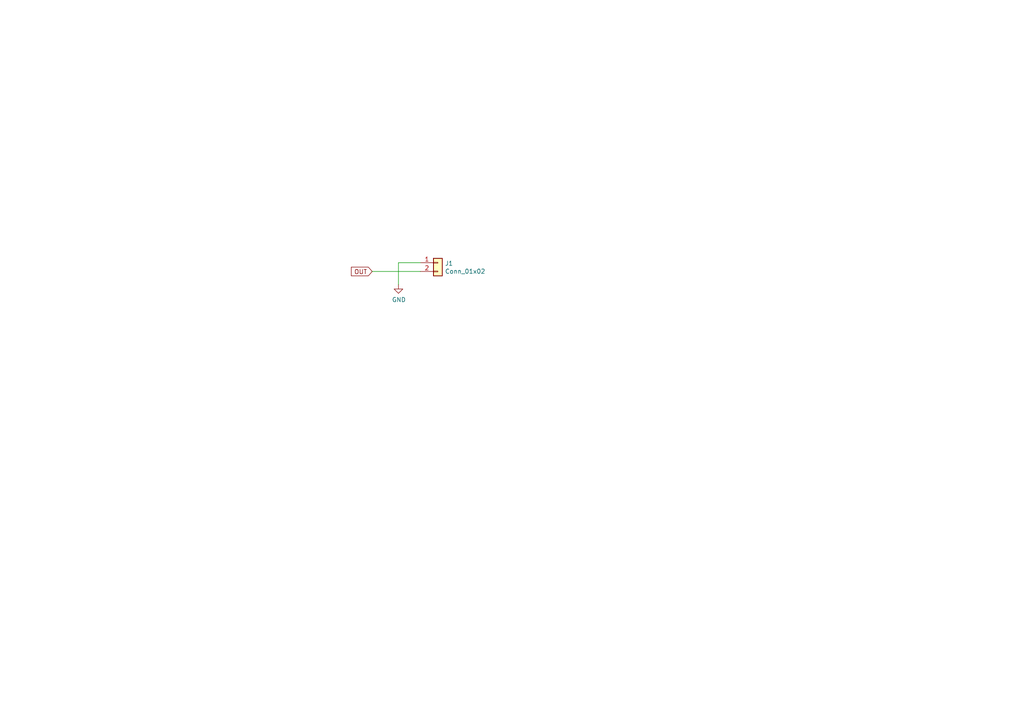
<source format=kicad_sch>
(kicad_sch (version 20211123) (generator eeschema)

  (uuid 9762c9ed-64d8-4f3e-baf6-f6ba6effc919)

  (paper "A4")

  (lib_symbols
    (symbol "Connector_Generic:Conn_01x02" (pin_names (offset 1.016) hide) (in_bom yes) (on_board yes)
      (property "Reference" "J" (id 0) (at 0 2.54 0)
        (effects (font (size 1.27 1.27)))
      )
      (property "Value" "Conn_01x02" (id 1) (at 0 -5.08 0)
        (effects (font (size 1.27 1.27)))
      )
      (property "Footprint" "" (id 2) (at 0 0 0)
        (effects (font (size 1.27 1.27)) hide)
      )
      (property "Datasheet" "~" (id 3) (at 0 0 0)
        (effects (font (size 1.27 1.27)) hide)
      )
      (property "ki_keywords" "connector" (id 4) (at 0 0 0)
        (effects (font (size 1.27 1.27)) hide)
      )
      (property "ki_description" "Generic connector, single row, 01x02, script generated (kicad-library-utils/schlib/autogen/connector/)" (id 5) (at 0 0 0)
        (effects (font (size 1.27 1.27)) hide)
      )
      (property "ki_fp_filters" "Connector*:*_1x??_*" (id 6) (at 0 0 0)
        (effects (font (size 1.27 1.27)) hide)
      )
      (symbol "Conn_01x02_1_1"
        (rectangle (start -1.27 -2.413) (end 0 -2.667)
          (stroke (width 0.1524) (type default) (color 0 0 0 0))
          (fill (type none))
        )
        (rectangle (start -1.27 0.127) (end 0 -0.127)
          (stroke (width 0.1524) (type default) (color 0 0 0 0))
          (fill (type none))
        )
        (rectangle (start -1.27 1.27) (end 1.27 -3.81)
          (stroke (width 0.254) (type default) (color 0 0 0 0))
          (fill (type background))
        )
        (pin passive line (at -5.08 0 0) (length 3.81)
          (name "Pin_1" (effects (font (size 1.27 1.27))))
          (number "1" (effects (font (size 1.27 1.27))))
        )
        (pin passive line (at -5.08 -2.54 0) (length 3.81)
          (name "Pin_2" (effects (font (size 1.27 1.27))))
          (number "2" (effects (font (size 1.27 1.27))))
        )
      )
    )
    (symbol "power:GND" (power) (pin_names (offset 0)) (in_bom yes) (on_board yes)
      (property "Reference" "#PWR" (id 0) (at 0 -6.35 0)
        (effects (font (size 1.27 1.27)) hide)
      )
      (property "Value" "GND" (id 1) (at 0 -3.81 0)
        (effects (font (size 1.27 1.27)))
      )
      (property "Footprint" "" (id 2) (at 0 0 0)
        (effects (font (size 1.27 1.27)) hide)
      )
      (property "Datasheet" "" (id 3) (at 0 0 0)
        (effects (font (size 1.27 1.27)) hide)
      )
      (property "ki_keywords" "power-flag" (id 4) (at 0 0 0)
        (effects (font (size 1.27 1.27)) hide)
      )
      (property "ki_description" "Power symbol creates a global label with name \"GND\" , ground" (id 5) (at 0 0 0)
        (effects (font (size 1.27 1.27)) hide)
      )
      (symbol "GND_0_1"
        (polyline
          (pts
            (xy 0 0)
            (xy 0 -1.27)
            (xy 1.27 -1.27)
            (xy 0 -2.54)
            (xy -1.27 -1.27)
            (xy 0 -1.27)
          )
          (stroke (width 0) (type default) (color 0 0 0 0))
          (fill (type none))
        )
      )
      (symbol "GND_1_1"
        (pin power_in line (at 0 0 270) (length 0) hide
          (name "GND" (effects (font (size 1.27 1.27))))
          (number "1" (effects (font (size 1.27 1.27))))
        )
      )
    )
  )


  (wire (pts (xy 115.57 76.2) (xy 121.92 76.2))
    (stroke (width 0) (type default) (color 0 0 0 0))
    (uuid 128e34ce-eee7-477d-b905-a493e98db783)
  )
  (wire (pts (xy 115.57 82.55) (xy 115.57 76.2))
    (stroke (width 0) (type default) (color 0 0 0 0))
    (uuid 67621f9e-0a6a-4778-ad69-04dcf300659c)
  )
  (wire (pts (xy 107.95 78.74) (xy 121.92 78.74))
    (stroke (width 0) (type default) (color 0 0 0 0))
    (uuid 9dab0cb7-2557-4419-963b-5ae736517f62)
  )

  (global_label "OUT" (shape input) (at 107.95 78.74 180) (fields_autoplaced)
    (effects (font (size 1.27 1.27)) (justify right))
    (uuid dabe541b-b164-4180-97a4-5ca761b86800)
    (property "Intersheet References" "${INTERSHEET_REFS}" (id 0) (at 0 0 0)
      (effects (font (size 1.27 1.27)) hide)
    )
  )

  (symbol (lib_id "Connector_Generic:Conn_01x02") (at 127 76.2 0) (unit 1)
    (in_bom yes) (on_board yes)
    (uuid 00000000-0000-0000-0000-000060d781a0)
    (property "Reference" "J1" (id 0) (at 129.032 76.4032 0)
      (effects (font (size 1.27 1.27)) (justify left))
    )
    (property "Value" "Conn_01x02" (id 1) (at 129.032 78.7146 0)
      (effects (font (size 1.27 1.27)) (justify left))
    )
    (property "Footprint" "Connector_Wire:SolderWire-0.25sqmm_1x02_P4.2mm_D0.65mm_OD1.7mm" (id 2) (at 127 76.2 0)
      (effects (font (size 1.27 1.27)) hide)
    )
    (property "Datasheet" "~" (id 3) (at 127 76.2 0)
      (effects (font (size 1.27 1.27)) hide)
    )
    (pin "1" (uuid 3427d123-61e2-4c57-80e1-efb5d2751d47))
    (pin "2" (uuid 4539a4f9-1e6e-4c0b-9734-0327c3aeffef))
  )

  (symbol (lib_id "power:GND") (at 115.57 82.55 0) (unit 1)
    (in_bom yes) (on_board yes)
    (uuid 00000000-0000-0000-0000-000060d78c1d)
    (property "Reference" "#PWR01" (id 0) (at 115.57 88.9 0)
      (effects (font (size 1.27 1.27)) hide)
    )
    (property "Value" "GND" (id 1) (at 115.697 86.9442 0))
    (property "Footprint" "" (id 2) (at 115.57 82.55 0)
      (effects (font (size 1.27 1.27)) hide)
    )
    (property "Datasheet" "" (id 3) (at 115.57 82.55 0)
      (effects (font (size 1.27 1.27)) hide)
    )
    (pin "1" (uuid 47aec22b-82e9-4b91-989d-e048280cce6f))
  )

  (sheet_instances
    (path "/" (page "1"))
  )

  (symbol_instances
    (path "/00000000-0000-0000-0000-000060d78c1d"
      (reference "#PWR01") (unit 1) (value "GND") (footprint "")
    )
    (path "/00000000-0000-0000-0000-000060d781a0"
      (reference "J1") (unit 1) (value "Conn_01x02") (footprint "Connector_Wire:SolderWire-0.25sqmm_1x02_P4.2mm_D0.65mm_OD1.7mm")
    )
  )
)

</source>
